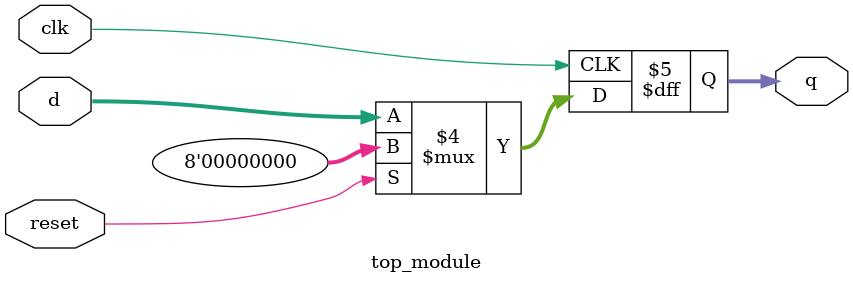
<source format=v>
module top_module (
    input clk,
    input reset,            // Synchronous reset
    input [7:0] d,
    output [7:0] q
);

    always @(posedge clk) begin
        q <= (reset == 1'b1)? 7'b0 : d;
    end

endmodule

</source>
